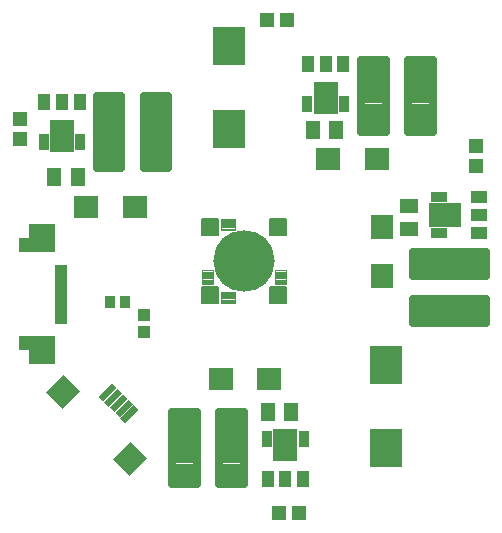
<source format=gts>
G75*
G70*
%OFA0B0*%
%FSLAX24Y24*%
%IPPOS*%
%LPD*%
%AMOC8*
5,1,8,0,0,1.08239X$1,22.5*
%
%ADD10C,0.0059*%
%ADD11C,0.0039*%
%ADD12C,0.2049*%
%ADD13C,0.0271*%
%ADD14R,0.0552X0.0395*%
%ADD15R,0.1064X0.0840*%
%ADD16R,0.0551X0.0394*%
%ADD17R,0.0552X0.0380*%
%ADD18R,0.0631X0.0513*%
%ADD19R,0.0749X0.0789*%
%ADD20R,0.1064X0.1261*%
%ADD21R,0.0513X0.0474*%
%ADD22R,0.0395X0.0552*%
%ADD23R,0.0840X0.1064*%
%ADD24R,0.0394X0.0551*%
%ADD25R,0.0380X0.0552*%
%ADD26R,0.0513X0.0631*%
%ADD27R,0.0789X0.0749*%
%ADD28R,0.0474X0.0513*%
%ADD29R,0.0395X0.0198*%
%ADD30R,0.0866X0.0453*%
%ADD31R,0.1201X0.0512*%
%ADD32R,0.0631X0.0218*%
%ADD33R,0.0789X0.0828*%
%ADD34R,0.0356X0.0434*%
%ADD35R,0.0395X0.0395*%
D10*
X008533Y008416D02*
X009067Y008416D01*
X008533Y008416D02*
X008533Y008950D01*
X009067Y008950D01*
X009067Y008416D01*
X009067Y008474D02*
X008533Y008474D01*
X008533Y008532D02*
X009067Y008532D01*
X009067Y008590D02*
X008533Y008590D01*
X008533Y008648D02*
X009067Y008648D01*
X009067Y008706D02*
X008533Y008706D01*
X008533Y008764D02*
X009067Y008764D01*
X009067Y008822D02*
X008533Y008822D01*
X008533Y008880D02*
X009067Y008880D01*
X009067Y008938D02*
X008533Y008938D01*
X008533Y010661D02*
X009067Y010661D01*
X008533Y010661D02*
X008533Y011195D01*
X009067Y011195D01*
X009067Y010661D01*
X009067Y010719D02*
X008533Y010719D01*
X008533Y010777D02*
X009067Y010777D01*
X009067Y010835D02*
X008533Y010835D01*
X008533Y010893D02*
X009067Y010893D01*
X009067Y010951D02*
X008533Y010951D01*
X008533Y011009D02*
X009067Y011009D01*
X009067Y011067D02*
X008533Y011067D01*
X008533Y011125D02*
X009067Y011125D01*
X009067Y011183D02*
X008533Y011183D01*
X010777Y010661D02*
X011311Y010661D01*
X010777Y010661D02*
X010777Y011195D01*
X011311Y011195D01*
X011311Y010661D01*
X011311Y010719D02*
X010777Y010719D01*
X010777Y010777D02*
X011311Y010777D01*
X011311Y010835D02*
X010777Y010835D01*
X010777Y010893D02*
X011311Y010893D01*
X011311Y010951D02*
X010777Y010951D01*
X010777Y011009D02*
X011311Y011009D01*
X011311Y011067D02*
X010777Y011067D01*
X010777Y011125D02*
X011311Y011125D01*
X011311Y011183D02*
X010777Y011183D01*
X010777Y008416D02*
X011311Y008416D01*
X010777Y008416D02*
X010777Y008950D01*
X011311Y008950D01*
X011311Y008416D01*
X011311Y008474D02*
X010777Y008474D01*
X010777Y008532D02*
X011311Y008532D01*
X011311Y008590D02*
X010777Y008590D01*
X010777Y008648D02*
X011311Y008648D01*
X011311Y008706D02*
X010777Y008706D01*
X010777Y008764D02*
X011311Y008764D01*
X011311Y008822D02*
X010777Y008822D01*
X010777Y008880D02*
X011311Y008880D01*
X011311Y008938D02*
X010777Y008938D01*
D11*
X010965Y009037D02*
X010965Y009511D01*
X011321Y009511D01*
X011321Y009037D01*
X010965Y009037D01*
X010965Y009075D02*
X011321Y009075D01*
X011321Y009113D02*
X010965Y009113D01*
X010965Y009151D02*
X011321Y009151D01*
X011321Y009189D02*
X010965Y009189D01*
X010965Y009227D02*
X011321Y009227D01*
X011321Y009265D02*
X010965Y009265D01*
X010965Y009303D02*
X011321Y009303D01*
X011321Y009341D02*
X010965Y009341D01*
X010965Y009379D02*
X011321Y009379D01*
X011321Y009417D02*
X010965Y009417D01*
X010965Y009455D02*
X011321Y009455D01*
X011321Y009493D02*
X010965Y009493D01*
X009628Y008763D02*
X009154Y008763D01*
X009628Y008763D02*
X009628Y008407D01*
X009154Y008407D01*
X009154Y008763D01*
X009154Y008445D02*
X009628Y008445D01*
X009628Y008483D02*
X009154Y008483D01*
X009154Y008521D02*
X009628Y008521D01*
X009628Y008559D02*
X009154Y008559D01*
X009154Y008597D02*
X009628Y008597D01*
X009628Y008635D02*
X009154Y008635D01*
X009154Y008673D02*
X009628Y008673D01*
X009628Y008711D02*
X009154Y008711D01*
X009154Y008749D02*
X009628Y008749D01*
X008880Y009037D02*
X008880Y009511D01*
X008880Y009037D02*
X008524Y009037D01*
X008524Y009511D01*
X008880Y009511D01*
X008880Y009075D02*
X008524Y009075D01*
X008524Y009113D02*
X008880Y009113D01*
X008880Y009151D02*
X008524Y009151D01*
X008524Y009189D02*
X008880Y009189D01*
X008880Y009227D02*
X008524Y009227D01*
X008524Y009265D02*
X008880Y009265D01*
X008880Y009303D02*
X008524Y009303D01*
X008524Y009341D02*
X008880Y009341D01*
X008880Y009379D02*
X008524Y009379D01*
X008524Y009417D02*
X008880Y009417D01*
X008880Y009455D02*
X008524Y009455D01*
X008524Y009493D02*
X008880Y009493D01*
X009154Y010848D02*
X009628Y010848D01*
X009154Y010848D02*
X009154Y011204D01*
X009628Y011204D01*
X009628Y010848D01*
X009628Y010886D02*
X009154Y010886D01*
X009154Y010924D02*
X009628Y010924D01*
X009628Y010962D02*
X009154Y010962D01*
X009154Y011000D02*
X009628Y011000D01*
X009628Y011038D02*
X009154Y011038D01*
X009154Y011076D02*
X009628Y011076D01*
X009628Y011114D02*
X009154Y011114D01*
X009154Y011152D02*
X009628Y011152D01*
X009628Y011190D02*
X009154Y011190D01*
D12*
X009922Y009805D03*
D13*
X006582Y012893D02*
X006582Y015301D01*
X007396Y015301D01*
X007396Y012893D01*
X006582Y012893D01*
X006582Y013163D02*
X007396Y013163D01*
X007396Y013433D02*
X006582Y013433D01*
X006582Y013703D02*
X007396Y013703D01*
X007396Y013973D02*
X006582Y013973D01*
X006582Y014243D02*
X007396Y014243D01*
X007396Y014513D02*
X006582Y014513D01*
X006582Y014783D02*
X007396Y014783D01*
X007396Y015053D02*
X006582Y015053D01*
X005821Y015301D02*
X005821Y012893D01*
X005007Y012893D01*
X005007Y015301D01*
X005821Y015301D01*
X005821Y013163D02*
X005007Y013163D01*
X005007Y013433D02*
X005821Y013433D01*
X005821Y013703D02*
X005007Y013703D01*
X005007Y013973D02*
X005821Y013973D01*
X005821Y014243D02*
X005007Y014243D01*
X005007Y014513D02*
X005821Y014513D01*
X005821Y014783D02*
X005007Y014783D01*
X005007Y015053D02*
X005821Y015053D01*
X014640Y014113D02*
X014640Y016521D01*
X014640Y014113D02*
X013826Y014113D01*
X013826Y016521D01*
X014640Y016521D01*
X014640Y014383D02*
X013826Y014383D01*
X013826Y014653D02*
X014640Y014653D01*
X014640Y014923D02*
X013826Y014923D01*
X013826Y015193D02*
X014640Y015193D01*
X014640Y015463D02*
X013826Y015463D01*
X013826Y015733D02*
X014640Y015733D01*
X014640Y016003D02*
X013826Y016003D01*
X013826Y016273D02*
X014640Y016273D01*
X015401Y016521D02*
X015401Y014113D01*
X015401Y016521D02*
X016215Y016521D01*
X016215Y014113D01*
X015401Y014113D01*
X015401Y014383D02*
X016215Y014383D01*
X016215Y014653D02*
X015401Y014653D01*
X015401Y014923D02*
X016215Y014923D01*
X016215Y015193D02*
X015401Y015193D01*
X015401Y015463D02*
X016215Y015463D01*
X016215Y015733D02*
X015401Y015733D01*
X015401Y016003D02*
X016215Y016003D01*
X016215Y016273D02*
X015401Y016273D01*
X015569Y009298D02*
X017977Y009298D01*
X015569Y009298D02*
X015569Y010112D01*
X017977Y010112D01*
X017977Y009298D01*
X017977Y009568D02*
X015569Y009568D01*
X015569Y009838D02*
X017977Y009838D01*
X017977Y010108D02*
X015569Y010108D01*
X015569Y008538D02*
X017977Y008538D01*
X017977Y007724D01*
X015569Y007724D01*
X015569Y008538D01*
X015569Y007994D02*
X017977Y007994D01*
X017977Y008264D02*
X015569Y008264D01*
X015569Y008534D02*
X017977Y008534D01*
X009102Y004789D02*
X009102Y002381D01*
X009102Y004789D02*
X009916Y004789D01*
X009916Y002381D01*
X009102Y002381D01*
X009102Y002651D02*
X009916Y002651D01*
X009916Y002921D02*
X009102Y002921D01*
X009102Y003191D02*
X009916Y003191D01*
X009916Y003461D02*
X009102Y003461D01*
X009102Y003731D02*
X009916Y003731D01*
X009916Y004001D02*
X009102Y004001D01*
X009102Y004271D02*
X009916Y004271D01*
X009916Y004541D02*
X009102Y004541D01*
X008341Y004789D02*
X008341Y002381D01*
X007527Y002381D01*
X007527Y004789D01*
X008341Y004789D01*
X008341Y002651D02*
X007527Y002651D01*
X007527Y002921D02*
X008341Y002921D01*
X008341Y003191D02*
X007527Y003191D01*
X007527Y003461D02*
X008341Y003461D01*
X008341Y003731D02*
X007527Y003731D01*
X007527Y004001D02*
X008341Y004001D01*
X008341Y004271D02*
X007527Y004271D01*
X007527Y004541D02*
X008341Y004541D01*
D14*
X017742Y010750D03*
X017742Y011341D03*
X017742Y011931D03*
D15*
X016620Y011341D03*
D16*
X017742Y011341D03*
D17*
X016422Y010735D03*
X016412Y011946D03*
D18*
X015434Y011656D03*
X015434Y010868D03*
D19*
X014528Y010928D03*
X014528Y009313D03*
D20*
X014647Y006341D03*
X014647Y003585D03*
X009410Y014215D03*
X009410Y016971D03*
D21*
X002442Y014550D03*
X002442Y013880D03*
X017639Y013644D03*
X017639Y012975D03*
D22*
X013229Y016365D03*
X012638Y016365D03*
X012048Y016365D03*
X004450Y015105D03*
X003859Y015105D03*
X003269Y015105D03*
X010710Y002537D03*
X011301Y002537D03*
X011891Y002537D03*
D23*
X011300Y003659D03*
X003859Y013983D03*
X012639Y015243D03*
D24*
X012639Y016365D03*
X003859Y015105D03*
X011300Y002537D03*
D25*
X010695Y003857D03*
X011906Y003867D03*
X004465Y013785D03*
X003254Y013775D03*
X012033Y015035D03*
X013244Y015045D03*
D26*
X012993Y014176D03*
X012206Y014176D03*
X004371Y012601D03*
X003584Y012601D03*
X010710Y004766D03*
X011497Y004766D03*
D27*
X010769Y005868D03*
X009154Y005868D03*
X006280Y011617D03*
X004666Y011617D03*
X012737Y013191D03*
X014351Y013191D03*
D28*
X011359Y017837D03*
X010690Y017837D03*
X011084Y001420D03*
X011753Y001420D03*
D29*
X003820Y007817D03*
X003820Y008014D03*
X003820Y008211D03*
X003820Y008408D03*
X003820Y008605D03*
X003820Y008802D03*
X003820Y008998D03*
X003820Y009195D03*
X003820Y009392D03*
X003820Y009589D03*
D30*
X003190Y010800D03*
X003190Y006607D03*
D31*
X003023Y007069D03*
X003023Y010337D03*
D32*
G36*
X005676Y005578D02*
X005232Y005134D01*
X005078Y005288D01*
X005522Y005732D01*
X005676Y005578D01*
G37*
G36*
X005857Y005397D02*
X005413Y004953D01*
X005259Y005107D01*
X005703Y005551D01*
X005857Y005397D01*
G37*
G36*
X006038Y005216D02*
X005594Y004772D01*
X005440Y004926D01*
X005884Y005370D01*
X006038Y005216D01*
G37*
G36*
X006219Y005035D02*
X005775Y004591D01*
X005621Y004745D01*
X006065Y005189D01*
X006219Y005035D01*
G37*
G36*
X006400Y004854D02*
X005956Y004410D01*
X005802Y004564D01*
X006246Y005008D01*
X006400Y004854D01*
G37*
D33*
G36*
X003873Y004876D02*
X003316Y005433D01*
X003901Y006018D01*
X004458Y005461D01*
X003873Y004876D01*
G37*
G36*
X006100Y002648D02*
X005543Y003205D01*
X006128Y003790D01*
X006685Y003233D01*
X006100Y002648D01*
G37*
D34*
X005966Y008428D03*
X005454Y008428D03*
D35*
X006576Y008014D03*
X006576Y007424D03*
M02*

</source>
